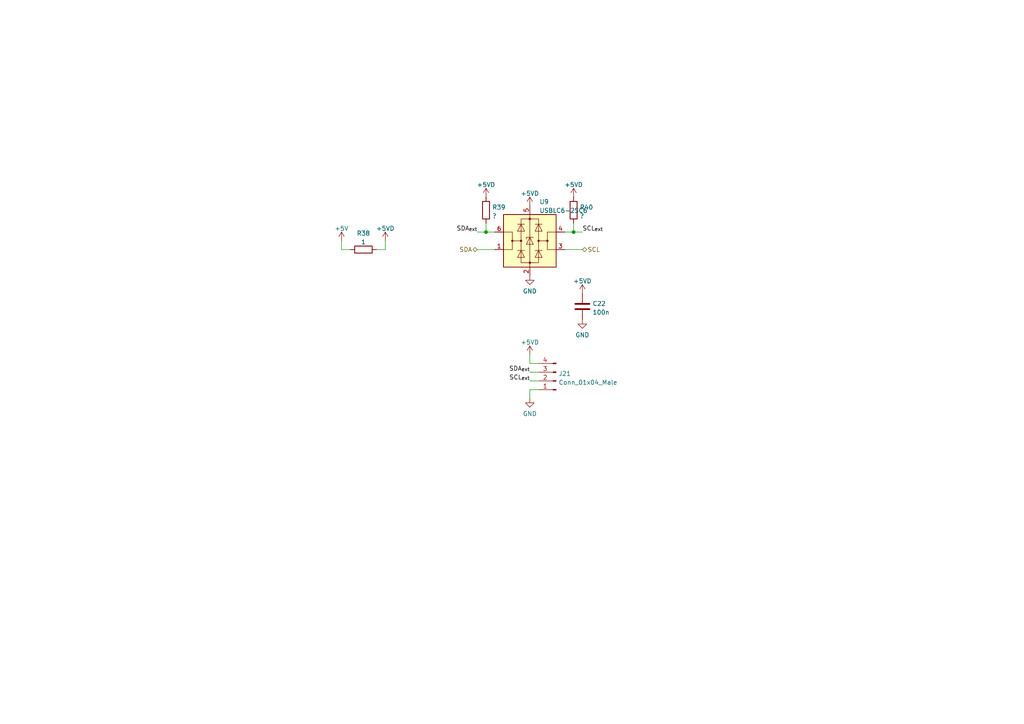
<source format=kicad_sch>
(kicad_sch (version 20230121) (generator eeschema)
  (paper "A4")
  (lib_symbols
    (symbol "Connector:Conn_01x04_Male" (pin_names (offset 1.016) hide)
      (property "Reference" "J" (at 0 5.08 0))
      (property "Value" "Conn_01x04_Male" (at 0 -7.62 0))
      (symbol "Conn_01x04_Male_1_1"
        (polyline (pts (xy 1.27 -5.08) (xy 0.8636 -5.08)) (stroke (width 0.1524)))
        (polyline (pts (xy 1.27 -2.54) (xy 0.8636 -2.54)) (stroke (width 0.1524)))
        (polyline (pts (xy 1.27 0) (xy 0.8636 0)) (stroke (width 0.1524)))
        (polyline (pts (xy 1.27 2.54) (xy 0.8636 2.54)) (stroke (width 0.1524)))
        (rectangle (start 0.8636 -4.953) (end 0 -5.207) (stroke (width 0.1524)) (fill (type outline)))
        (rectangle (start 0.8636 -2.413) (end 0 -2.667) (stroke (width 0.1524)) (fill (type outline)))
        (rectangle (start 0.8636 0.127) (end 0 -0.127) (stroke (width 0.1524)) (fill (type outline)))
        (rectangle (start 0.8636 2.667) (end 0 2.413) (stroke (width 0.1524)) (fill (type outline)))
        (pin passive line (at 5.08 2.54 180) (length 3.81) (name "Pin_1") (number "1"))
        (pin passive line (at 5.08 0 180) (length 3.81) (name "Pin_2") (number "2"))
        (pin passive line (at 5.08 -2.54 180) (length 3.81) (name "Pin_3") (number "3"))
        (pin passive line (at 5.08 -5.08 180) (length 3.81) (name "Pin_4") (number "4"))
      )
    )
    (symbol "Device:C" (pin_numbers hide) (pin_names (offset 0.254))
      (property "Reference" "C" (at 0.635 2.54 0))
      (property "Value" "C" (at 0.635 -2.54 0))
      (symbol "C_0_1"
        (polyline (pts (xy -2.032 -0.762) (xy 2.032 -0.762)) (stroke (width 0.508)))
        (polyline (pts (xy -2.032 0.762) (xy 2.032 0.762)) (stroke (width 0.508)))
      )
      (symbol "C_1_1"
        (pin passive line (at 0 3.81 270) (length 2.794) (name "~") (number "1"))
        (pin passive line (at 0 -3.81 90) (length 2.794) (name "~") (number "2"))
      )
    )
    (symbol "Device:R" (pin_numbers hide) (pin_names (offset 0))
      (property "Reference" "R" (at 2.032 0 90))
      (property "Value" "R" (at 0 0 90))
      (symbol "R_0_1"
        (rectangle (start -1.016 -2.54) (end 1.016 2.54) (stroke (width 0.254)))
      )
      (symbol "R_1_1"
        (pin passive line (at 0 3.81 270) (length 1.27) (name "~") (number "1"))
        (pin passive line (at 0 -3.81 90) (length 1.27) (name "~") (number "2"))
      )
    )
    (symbol "Power_Protection:USBLC6-2SC6" (pin_names hide)
      (property "Reference" "U" (at 2.54 8.89 0))
      (property "Value" "USBLC6-2SC6" (at 2.54 -8.89 0))
      (symbol "USBLC6-2SC6_0_1"
        (rectangle (start -7.62 -7.62) (end 7.62 7.62) (stroke (width 0.254)) (fill (type background)))
        (circle (center -5.08 0) (radius 0.254) (fill (type outline)))
        (circle (center -2.54 0) (radius 0.254) (fill (type outline)))
        (rectangle (start -2.54 6.35) (end 2.54 -6.35))
        (circle (center 0 -6.35) (radius 0.254) (fill (type outline)))
        (polyline (pts (xy -5.08 -2.54) (xy -7.62 -2.54)))
        (polyline (pts (xy -5.08 0) (xy -5.08 -2.54)))
        (polyline (pts (xy -5.08 2.54) (xy -7.62 2.54)))
        (polyline (pts (xy -1.524 -2.794) (xy -3.556 -2.794)))
        (polyline (pts (xy -1.524 4.826) (xy -3.556 4.826)))
        (polyline (pts (xy 0 -7.62) (xy 0 -6.35)))
        (polyline (pts (xy 0 -6.35) (xy 0 1.27)))
        (polyline (pts (xy 0 1.27) (xy 0 6.35)))
        (polyline (pts (xy 0 6.35) (xy 0 7.62)))
        (polyline (pts (xy 1.524 -2.794) (xy 3.556 -2.794)))
        (polyline (pts (xy 1.524 4.826) (xy 3.556 4.826)))
        (polyline (pts (xy 5.08 -2.54) (xy 7.62 -2.54)))
        (polyline (pts (xy 5.08 0) (xy 5.08 -2.54)))
        (polyline (pts (xy 5.08 2.54) (xy 7.62 2.54)))
        (polyline (pts (xy -2.54 0) (xy -5.08 0) (xy -5.08 2.54)))
        (polyline (pts (xy 2.54 0) (xy 5.08 0) (xy 5.08 2.54)))
        (polyline (pts (xy -3.556 -4.826) (xy -1.524 -4.826) (xy -2.54 -2.794) (xy -3.556 -4.826)))
        (polyline (pts (xy -3.556 2.794) (xy -1.524 2.794) (xy -2.54 4.826) (xy -3.556 2.794)))
        (polyline (pts (xy -1.016 -1.016) (xy 1.016 -1.016) (xy 0 1.016) (xy -1.016 -1.016)))
        (polyline (pts (xy 1.016 1.016) (xy 0.762 1.016) (xy -1.016 1.016) (xy -1.016 0.508)))
        (polyline (pts (xy 3.556 -4.826) (xy 1.524 -4.826) (xy 2.54 -2.794) (xy 3.556 -4.826)))
        (polyline (pts (xy 3.556 2.794) (xy 1.524 2.794) (xy 2.54 4.826) (xy 3.556 2.794)))
        (circle (center 0 6.35) (radius 0.254) (fill (type outline)))
        (circle (center 2.54 0) (radius 0.254) (fill (type outline)))
        (circle (center 5.08 0) (radius 0.254) (fill (type outline)))
      )
      (symbol "USBLC6-2SC6_1_1"
        (pin passive line (at -10.16 -2.54 0) (length 2.54) (name "I/O1") (number "1"))
        (pin passive line (at 0 -10.16 90) (length 2.54) (name "GND") (number "2"))
        (pin passive line (at 10.16 -2.54 180) (length 2.54) (name "I/O2") (number "3"))
        (pin passive line (at 10.16 2.54 180) (length 2.54) (name "I/O2") (number "4"))
        (pin passive line (at 0 10.16 270) (length 2.54) (name "VBUS") (number "5"))
        (pin passive line (at -10.16 2.54 0) (length 2.54) (name "I/O1") (number "6"))
      )
    )
    (symbol "power:+5V" (power) (pin_names (offset 0))
      (property "Value" "+5V" (at 0 3.556 0))
      (symbol "+5V_0_1"
        (polyline (pts (xy -0.762 1.27) (xy 0 2.54)))
        (polyline (pts (xy 0 0) (xy 0 2.54)))
        (polyline (pts (xy 0 2.54) (xy 0.762 1.27)))
      )
      (symbol "+5V_1_1"
        (pin power_in line (at 0 0 90) (length 0) hide (name "+5V") (number "1"))
      )
    )
    (symbol "power:+5VD" (power) (pin_names (offset 0))
      (property "Value" "+5VD" (at 0 3.556 0))
      (symbol "+5VD_0_1"
        (polyline (pts (xy -0.762 1.27) (xy 0 2.54)))
        (polyline (pts (xy 0 0) (xy 0 2.54)))
        (polyline (pts (xy 0 2.54) (xy 0.762 1.27)))
      )
      (symbol "+5VD_1_1"
        (pin power_in line (at 0 0 90) (length 0) hide (name "+5VD") (number "1"))
      )
    )
    (symbol "power:GND" (power) (pin_names (offset 0))
      (property "Value" "GND" (at 0 -3.81 0))
      (symbol "GND_0_1"
        (polyline (pts (xy 0 0) (xy 0 -1.27) (xy 1.27 -1.27) (xy 0 -2.54) (xy -1.27 -1.27) (xy 0 -1.27)))
      )
      (symbol "GND_1_1"
        (pin power_in line (at 0 0 270) (length 0) hide (name "GND") (number "1"))
      )
    )
  )
  (junction (at 140.97 67.31))
  (junction (at 166.37 67.31))
  (wire (pts (xy 138.43 67.31) (xy 140.97 67.31)))
  (wire (pts (xy 153.67 110.49) (xy 156.21 110.49)))
  (wire (pts (xy 140.97 67.31) (xy 143.51 67.31)))
  (wire (pts (xy 153.67 105.41) (xy 156.21 105.41)))
  (wire (pts (xy 138.43 72.39) (xy 143.51 72.39)))
  (wire (pts (xy 99.06 69.85) (xy 99.06 72.39)))
  (wire (pts (xy 153.67 113.03) (xy 156.21 113.03)))
  (wire (pts (xy 153.67 115.57) (xy 153.67 113.03)))
  (wire (pts (xy 111.76 72.39) (xy 109.22 72.39)))
  (wire (pts (xy 153.67 107.95) (xy 156.21 107.95)))
  (wire (pts (xy 163.83 72.39) (xy 168.91 72.39)))
  (wire (pts (xy 163.83 67.31) (xy 166.37 67.31)))
  (wire (pts (xy 99.06 72.39) (xy 101.6 72.39)))
  (wire (pts (xy 153.67 102.87) (xy 153.67 105.41)))
  (wire (pts (xy 166.37 67.31) (xy 168.91 67.31)))
  (wire (pts (xy 166.37 64.77) (xy 166.37 67.31)))
  (wire (pts (xy 140.97 64.77) (xy 140.97 67.31)))
  (wire (pts (xy 111.76 69.85) (xy 111.76 72.39)))
  (label "SCL_{ext}" (at 153.67 110.49 180))
  (label "SCL_{ext}" (at 168.91 67.31 0))
  (label "SDA_{ext}" (at 153.67 107.95 180))
  (label "SDA_{ext}" (at 138.43 67.31 180))
  (hierarchical_label "SDA" (shape bidirectional) (at 138.43 72.39 180))
  (hierarchical_label "SCL" (shape bidirectional) (at 168.91 72.39 0))
  (symbol (lib_id "power:+5V") (at 99.06 69.85 0) (unit 1)
    (property "Reference" "#PWR0187" (effects hide))
    (property "Value" "+5V" (at 99.06 66.2742 0))
  )
  (symbol (lib_id "power:+5VD") (at 111.76 69.85 0) (unit 1)
    (property "Reference" "#PWR0196" (effects hide))
    (property "Value" "+5VD" (at 111.76 66.2742 0))
  )
  (symbol (lib_id "power:+5VD") (at 166.37 57.15 0) (unit 1)
    (property "Reference" "#PWR0107" (effects hide))
    (property "Value" "+5VD" (at 166.37 53.5742 0))
  )
  (symbol (lib_id "power:+5VD") (at 168.91 85.09 0) (unit 1)
    (property "Reference" "#PWR0105" (effects hide))
    (property "Value" "+5VD" (at 168.91 81.5142 0))
  )
  (symbol (lib_id "power:+5VD") (at 153.67 59.69 0) (unit 1)
    (property "Reference" "#PWR0192" (effects hide))
    (property "Value" "~" (at 153.67 56.1142 0))
  )
  (symbol (lib_id "Device:C") (at 168.91 88.9 180) (unit 1)
    (property "Reference" "C22" (at 171.831 88.0653 0) (effects (justify right)))
    (property "Value" "100n" (at 171.831 90.6022 0) (effects (justify right)))
    (property "Footprint" "Capacitor_SMD:C_0603_1608Metric" (effects hide))
  )
  (symbol (lib_id "power:GND") (at 168.91 92.71 0) (unit 1)
    (property "Reference" "#PWR0191" (effects hide))
    (property "Value" "GND" (at 168.91 97.1534 0))
  )
  (symbol (lib_id "Connector:Conn_01x04_Male") (at 161.29 110.49 180) (unit 1)
    (property "Reference" "J21" (at 162.0012 108.3853 0) (effects (justify right)))
    (property "Value" "Conn_01x04_Male" (at 162.0012 110.9222 0) (effects (justify right)))
    (property "Footprint" "TerminalBlock_Phoenix:TerminalBlock_Phoenix_MPT-0,5-4-2.54_1x04_P2.54mm_Horizontal" (effects hide))
  )
  (symbol (lib_id "power:GND") (at 153.67 80.01 0) (unit 1)
    (property "Reference" "#PWR0188" (effects hide))
    (property "Value" "GND" (at 153.67 84.4534 0))
  )
  (symbol (lib_id "power:GND") (at 153.67 115.57 0) (unit 1)
    (property "Reference" "#PWR0194" (effects hide))
    (property "Value" "GND" (at 153.67 120.0134 0))
  )
  (symbol (lib_id "power:+5VD") (at 140.97 57.15 0) (unit 1)
    (property "Reference" "#PWR0106" (effects hide))
    (property "Value" "+5VD" (at 140.97 53.5742 0))
  )
  (symbol (lib_id "Device:R") (at 105.41 72.39 90) (unit 1)
    (property "Reference" "R38" (at 105.41 67.6742 90))
    (property "Value" "1" (at 105.41 70.2111 90))
    (property "Footprint" "Resistor_SMD:R_0603_1608Metric" (effects hide))
  )
  (symbol (lib_id "power:+5VD") (at 153.67 102.87 0) (unit 1)
    (property "Reference" "#PWR0108" (effects hide))
    (property "Value" "+5VD" (at 153.67 99.2942 0))
  )
  (symbol (lib_id "Device:R") (at 140.97 60.96 0) (unit 1)
    (property "Reference" "R39" (at 142.748 60.1253 0) (effects (justify left)))
    (property "Value" "?" (at 142.748 62.6622 0) (effects (justify left)))
    (property "Footprint" "Resistor_SMD:R_0603_1608Metric" (effects hide))
  )
  (symbol (lib_id "Power_Protection:USBLC6-2SC6") (at 153.67 69.85 0) (unit 1)
    (property "Reference" "U9" (at 156.4387 58.5302 0) (effects (justify left)))
    (property "Value" "USBLC6-2SC6" (at 156.4387 61.0671 0) (effects (justify left)))
    (property "Footprint" "Package_TO_SOT_SMD:SOT-23-6" (effects hide))
    (property "Datasheet" "https://www.st.com/resource/en/datasheet/usblc6-2.pdf" (effects hide))
  )
  (symbol (lib_id "Device:R") (at 166.37 60.96 0) (unit 1)
    (property "Reference" "R40" (at 168.148 60.1253 0) (effects (justify left)))
    (property "Value" "?" (at 168.148 62.6622 0) (effects (justify left)))
    (property "Footprint" "Resistor_SMD:R_0603_1608Metric" (effects hide))
  )
)
</source>
